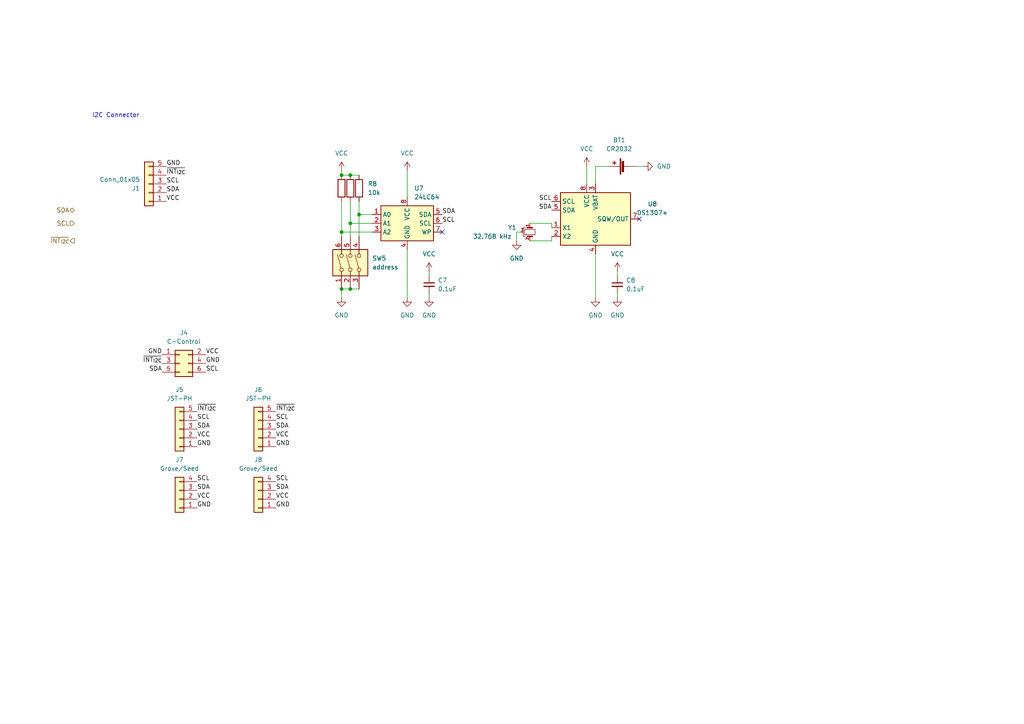
<source format=kicad_sch>
(kicad_sch (version 20211123) (generator eeschema)
  (paper "A4")
  (lib_symbols
    (symbol "Connector_Generic:Conn_01x04" (pin_names (offset 1.016) hide)
      (property "Reference" "J" (at 0 5.08 0))
      (property "Value" "Conn_01x04" (at 0 -7.62 0))
      (symbol "Conn_01x04_1_1"
        (rectangle (start -1.27 -4.953) (end 0 -5.207) (stroke (width 0.1524)))
        (rectangle (start -1.27 -2.413) (end 0 -2.667) (stroke (width 0.1524)))
        (rectangle (start -1.27 0.127) (end 0 -0.127) (stroke (width 0.1524)))
        (rectangle (start -1.27 2.667) (end 0 2.413) (stroke (width 0.1524)))
        (rectangle (start -1.27 3.81) (end 1.27 -6.35) (stroke (width 0.254)) (fill (type background)))
        (pin passive line (at -5.08 2.54 0) (length 3.81) (name "Pin_1") (number "1"))
        (pin passive line (at -5.08 0 0) (length 3.81) (name "Pin_2") (number "2"))
        (pin passive line (at -5.08 -2.54 0) (length 3.81) (name "Pin_3") (number "3"))
        (pin passive line (at -5.08 -5.08 0) (length 3.81) (name "Pin_4") (number "4"))
      )
    )
    (symbol "Connector_Generic:Conn_01x05" (pin_names (offset 1.016) hide)
      (property "Reference" "J" (at 0 7.62 0))
      (property "Value" "Conn_01x05" (at 0 -7.62 0))
      (symbol "Conn_01x05_1_1"
        (rectangle (start -1.27 -4.953) (end 0 -5.207) (stroke (width 0.1524)))
        (rectangle (start -1.27 -2.413) (end 0 -2.667) (stroke (width 0.1524)))
        (rectangle (start -1.27 0.127) (end 0 -0.127) (stroke (width 0.1524)))
        (rectangle (start -1.27 2.667) (end 0 2.413) (stroke (width 0.1524)))
        (rectangle (start -1.27 5.207) (end 0 4.953) (stroke (width 0.1524)))
        (rectangle (start -1.27 6.35) (end 1.27 -6.35) (stroke (width 0.254)) (fill (type background)))
        (pin passive line (at -5.08 5.08 0) (length 3.81) (name "Pin_1") (number "1"))
        (pin passive line (at -5.08 2.54 0) (length 3.81) (name "Pin_2") (number "2"))
        (pin passive line (at -5.08 0 0) (length 3.81) (name "Pin_3") (number "3"))
        (pin passive line (at -5.08 -2.54 0) (length 3.81) (name "Pin_4") (number "4"))
        (pin passive line (at -5.08 -5.08 0) (length 3.81) (name "Pin_5") (number "5"))
      )
    )
    (symbol "Connector_Generic:Conn_02x03_Odd_Even" (pin_names (offset 1.016) hide)
      (property "Reference" "J" (at 1.27 5.08 0))
      (property "Value" "Conn_02x03_Odd_Even" (at 1.27 -5.08 0))
      (symbol "Conn_02x03_Odd_Even_1_1"
        (rectangle (start -1.27 -2.413) (end 0 -2.667) (stroke (width 0.1524)))
        (rectangle (start -1.27 0.127) (end 0 -0.127) (stroke (width 0.1524)))
        (rectangle (start -1.27 2.667) (end 0 2.413) (stroke (width 0.1524)))
        (rectangle (start -1.27 3.81) (end 3.81 -3.81) (stroke (width 0.254)) (fill (type background)))
        (rectangle (start 3.81 -2.413) (end 2.54 -2.667) (stroke (width 0.1524)))
        (rectangle (start 3.81 0.127) (end 2.54 -0.127) (stroke (width 0.1524)))
        (rectangle (start 3.81 2.667) (end 2.54 2.413) (stroke (width 0.1524)))
        (pin passive line (at -5.08 2.54 0) (length 3.81) (name "Pin_1") (number "1"))
        (pin passive line (at 7.62 2.54 180) (length 3.81) (name "Pin_2") (number "2"))
        (pin passive line (at -5.08 0 0) (length 3.81) (name "Pin_3") (number "3"))
        (pin passive line (at 7.62 0 180) (length 3.81) (name "Pin_4") (number "4"))
        (pin passive line (at -5.08 -2.54 0) (length 3.81) (name "Pin_5") (number "5"))
        (pin passive line (at 7.62 -2.54 180) (length 3.81) (name "Pin_6") (number "6"))
      )
    )
    (symbol "Device:Battery_Cell" (pin_numbers hide) (pin_names (offset 0) hide)
      (property "Reference" "BT" (at 2.54 2.54 0))
      (property "Value" "Battery_Cell" (at 2.54 0 0))
      (symbol "Battery_Cell_0_1"
        (rectangle (start -2.286 1.778) (end 2.286 1.524) (fill (type outline)))
        (rectangle (start -1.5748 1.1938) (end 1.4732 0.6858) (fill (type outline)))
        (polyline (pts (xy 0 0.762) (xy 0 0)))
        (polyline (pts (xy 0 1.778) (xy 0 2.54)))
        (polyline (pts (xy 0.508 3.429) (xy 1.524 3.429)) (stroke (width 0.254)))
        (polyline (pts (xy 1.016 3.937) (xy 1.016 2.921)) (stroke (width 0.254)))
      )
      (symbol "Battery_Cell_1_1"
        (pin passive line (at 0 5.08 270) (length 2.54) (name "+") (number "1"))
        (pin passive line (at 0 -2.54 90) (length 2.54) (name "-") (number "2"))
      )
    )
    (symbol "Device:C_Small" (pin_numbers hide) (pin_names (offset 0.254) hide)
      (property "Reference" "C" (at 0.254 1.778 0))
      (property "Value" "C_Small" (at 0.254 -2.032 0))
      (symbol "C_Small_0_1"
        (polyline (pts (xy -1.524 -0.508) (xy 1.524 -0.508)) (stroke (width 0.3302)))
        (polyline (pts (xy -1.524 0.508) (xy 1.524 0.508)) (stroke (width 0.3048)))
      )
      (symbol "C_Small_1_1"
        (pin passive line (at 0 2.54 270) (length 2.032) (name "~") (number "1"))
        (pin passive line (at 0 -2.54 90) (length 2.032) (name "~") (number "2"))
      )
    )
    (symbol "Device:Crystal_GND3_Small" (pin_names (offset 1.016) hide)
      (property "Reference" "Y" (at 0 5.08 0))
      (property "Value" "Crystal_GND3_Small" (at 0 3.175 0))
      (symbol "Crystal_GND3_Small_0_1"
        (rectangle (start -0.762 -1.524) (end 0.762 1.524))
        (polyline (pts (xy -1.27 -0.762) (xy -1.27 0.762)) (stroke (width 0.381)))
        (polyline (pts (xy 1.27 -0.762) (xy 1.27 0.762)) (stroke (width 0.381)))
        (polyline (pts (xy -1.27 -1.27) (xy -1.27 -1.905) (xy 1.27 -1.905) (xy 1.27 -1.27)))
      )
      (symbol "Crystal_GND3_Small_1_1"
        (pin passive line (at -2.54 0 0) (length 1.27) (name "1") (number "1"))
        (pin passive line (at 2.54 0 180) (length 1.27) (name "2") (number "2"))
        (pin passive line (at 0 -2.54 90) (length 0.635) (name "3") (number "3"))
      )
    )
    (symbol "Device:R" (pin_numbers hide) (pin_names (offset 0))
      (property "Reference" "R" (at 2.032 0 90))
      (property "Value" "R" (at 0 0 90))
      (symbol "R_0_1"
        (rectangle (start -1.016 -2.54) (end 1.016 2.54) (stroke (width 0.254)))
      )
      (symbol "R_1_1"
        (pin passive line (at 0 3.81 270) (length 1.27) (name "~") (number "1"))
        (pin passive line (at 0 -3.81 90) (length 1.27) (name "~") (number "2"))
      )
    )
    (symbol "Memory_EEPROM:24LC64"
      (property "Reference" "U" (at -6.35 6.35 0))
      (property "Value" "24LC64" (at 1.27 6.35 0))
      (symbol "24LC64_1_1"
        (rectangle (start -7.62 5.08) (end 7.62 -5.08) (stroke (width 0.254)) (fill (type background)))
        (pin input line (at -10.16 2.54 0) (length 2.54) (name "A0") (number "1"))
        (pin input line (at -10.16 0 0) (length 2.54) (name "A1") (number "2"))
        (pin input line (at -10.16 -2.54 0) (length 2.54) (name "A2") (number "3"))
        (pin power_in line (at 0 -7.62 90) (length 2.54) (name "GND") (number "4"))
        (pin bidirectional line (at 10.16 2.54 180) (length 2.54) (name "SDA") (number "5"))
        (pin input line (at 10.16 0 180) (length 2.54) (name "SCL") (number "6"))
        (pin input line (at 10.16 -2.54 180) (length 2.54) (name "WP") (number "7"))
        (pin power_in line (at 0 7.62 270) (length 2.54) (name "VCC") (number "8"))
      )
    )
    (symbol "Switch:SW_DIP_x03" (pin_names (offset 0) hide)
      (property "Reference" "SW" (at 0 8.89 0))
      (property "Value" "SW_DIP_x03" (at 0 -3.81 0))
      (symbol "SW_DIP_x03_0_0"
        (circle (center -2.032 0) (radius 0.508))
        (circle (center -2.032 2.54) (radius 0.508))
        (circle (center -2.032 5.08) (radius 0.508))
        (polyline (pts (xy -1.524 0.127) (xy 2.3622 1.1684)))
        (polyline (pts (xy -1.524 2.667) (xy 2.3622 3.7084)))
        (polyline (pts (xy -1.524 5.207) (xy 2.3622 6.2484)))
        (circle (center 2.032 0) (radius 0.508))
        (circle (center 2.032 2.54) (radius 0.508))
        (circle (center 2.032 5.08) (radius 0.508))
      )
      (symbol "SW_DIP_x03_0_1"
        (rectangle (start -3.81 7.62) (end 3.81 -2.54) (stroke (width 0.254)) (fill (type background)))
      )
      (symbol "SW_DIP_x03_1_1"
        (pin passive line (at -7.62 5.08 0) (length 5.08) (name "~") (number "1"))
        (pin passive line (at -7.62 2.54 0) (length 5.08) (name "~") (number "2"))
        (pin passive line (at -7.62 0 0) (length 5.08) (name "~") (number "3"))
        (pin passive line (at 7.62 0 180) (length 5.08) (name "~") (number "4"))
        (pin passive line (at 7.62 2.54 180) (length 5.08) (name "~") (number "5"))
        (pin passive line (at 7.62 5.08 180) (length 5.08) (name "~") (number "6"))
      )
    )
    (symbol "Timer_RTC:DS1307+"
      (property "Reference" "U" (at -8.89 8.89 0))
      (property "Value" "DS1307+" (at 1.27 8.89 0))
      (symbol "DS1307+_0_1"
        (rectangle (start -10.16 7.62) (end 10.16 -7.62) (stroke (width 0.254)) (fill (type background)))
      )
      (symbol "DS1307+_1_1"
        (pin input line (at -12.7 -2.54 0) (length 2.54) (name "X1") (number "1"))
        (pin input line (at -12.7 -5.08 0) (length 2.54) (name "X2") (number "2"))
        (pin power_in line (at 0 10.16 270) (length 2.54) (name "VBAT") (number "3"))
        (pin power_in line (at 0 -10.16 90) (length 2.54) (name "GND") (number "4"))
        (pin bidirectional line (at -12.7 2.54 0) (length 2.54) (name "SDA") (number "5"))
        (pin input line (at -12.7 5.08 0) (length 2.54) (name "SCL") (number "6"))
        (pin open_collector line (at 12.7 0 180) (length 2.54) (name "SQW/OUT") (number "7"))
        (pin power_in line (at -2.54 10.16 270) (length 2.54) (name "VCC") (number "8"))
      )
    )
    (symbol "power:GND" (power) (pin_names (offset 0))
      (property "Value" "GND" (at 0 -3.81 0))
      (symbol "GND_0_1"
        (polyline (pts (xy 0 0) (xy 0 -1.27) (xy 1.27 -1.27) (xy 0 -2.54) (xy -1.27 -1.27) (xy 0 -1.27)))
      )
      (symbol "GND_1_1"
        (pin power_in line (at 0 0 270) (length 0) hide (name "GND") (number "1"))
      )
    )
    (symbol "power:VCC" (power) (pin_names (offset 0))
      (property "Value" "VCC" (at 0 3.81 0))
      (symbol "VCC_0_1"
        (polyline (pts (xy -0.762 1.27) (xy 0 2.54)))
        (polyline (pts (xy 0 0) (xy 0 2.54)))
        (polyline (pts (xy 0 2.54) (xy 0.762 1.27)))
      )
      (symbol "VCC_1_1"
        (pin power_in line (at 0 0 90) (length 0) hide (name "VCC") (number "1"))
      )
    )
  )
  (junction (at 104.14 62.23))
  (junction (at 99.06 50.8))
  (junction (at 101.6 83.82))
  (junction (at 101.6 50.8))
  (junction (at 99.06 67.31))
  (junction (at 99.06 83.82))
  (junction (at 101.6 64.77))
  (no_connect (at 128.27 67.31))
  (no_connect (at 185.42 63.5))
  (wire (pts (xy 184.15 48.26) (xy 186.69 48.26)))
  (wire (pts (xy 101.6 58.42) (xy 101.6 64.77)))
  (wire (pts (xy 160.02 66.04) (xy 160.02 64.77)))
  (wire (pts (xy 99.06 58.42) (xy 99.06 67.31)))
  (wire (pts (xy 104.14 62.23) (xy 104.14 68.58)))
  (wire (pts (xy 149.86 69.85) (xy 149.86 67.31)))
  (wire (pts (xy 118.11 72.39) (xy 118.11 86.36)))
  (wire (pts (xy 172.72 48.26) (xy 176.53 48.26)))
  (wire (pts (xy 149.86 67.31) (xy 151.13 67.31)))
  (wire (pts (xy 99.06 83.82) (xy 101.6 83.82)))
  (wire (pts (xy 104.14 58.42) (xy 104.14 62.23)))
  (wire (pts (xy 101.6 50.8) (xy 104.14 50.8)))
  (wire (pts (xy 160.02 64.77) (xy 153.67 64.77)))
  (wire (pts (xy 101.6 64.77) (xy 101.6 68.58)))
  (wire (pts (xy 170.18 48.26) (xy 170.18 53.34)))
  (wire (pts (xy 99.06 67.31) (xy 107.95 67.31)))
  (wire (pts (xy 118.11 49.53) (xy 118.11 57.15)))
  (wire (pts (xy 179.07 78.74) (xy 179.07 80.01)))
  (wire (pts (xy 160.02 69.85) (xy 153.67 69.85)))
  (wire (pts (xy 104.14 62.23) (xy 107.95 62.23)))
  (wire (pts (xy 124.46 78.74) (xy 124.46 80.01)))
  (wire (pts (xy 124.46 85.09) (xy 124.46 86.36)))
  (wire (pts (xy 160.02 68.58) (xy 160.02 69.85)))
  (wire (pts (xy 179.07 85.09) (xy 179.07 86.36)))
  (wire (pts (xy 172.72 73.66) (xy 172.72 86.36)))
  (wire (pts (xy 99.06 50.8) (xy 101.6 50.8)))
  (wire (pts (xy 99.06 83.82) (xy 99.06 86.36)))
  (wire (pts (xy 101.6 64.77) (xy 107.95 64.77)))
  (wire (pts (xy 172.72 53.34) (xy 172.72 48.26)))
  (wire (pts (xy 99.06 67.31) (xy 99.06 68.58)))
  (wire (pts (xy 99.06 49.53) (xy 99.06 50.8)))
  (wire (pts (xy 101.6 83.82) (xy 104.14 83.82)))
  (text "I2C Connector" (at 26.67 34.29 0) (effects (font (size 1.27 1.27)) (justify left bottom)))
  (label "GND" (at 48.26 48.26 0))
  (label "GND" (at 57.15 147.32 0))
  (label "VCC" (at 57.15 144.78 0))
  (label "SCL" (at 59.69 107.95 0))
  (label "VCC" (at 80.01 144.78 0))
  (label "VCC" (at 48.26 58.42 0))
  (label "SDA" (at 57.15 124.46 0))
  (label "SCL" (at 80.01 121.92 0))
  (label "SCL" (at 128.27 64.77 0))
  (label "SCL" (at 57.15 121.92 0))
  (label "SDA" (at 160.02 60.96 180))
  (label "SDA" (at 48.26 55.88 0))
  (label "~{INT_{I2C}}" (at 48.26 50.8 0))
  (label "SDA" (at 46.99 107.95 180))
  (label "~{INT_{I2C}}" (at 80.01 119.38 0))
  (label "VCC" (at 57.15 127 0))
  (label "~{INT_{I2C}}" (at 46.99 105.41 180))
  (label "SCL" (at 57.15 139.7 0))
  (label "SCL" (at 48.26 53.34 0))
  (label "SDA" (at 57.15 142.24 0))
  (label "SDA" (at 128.27 62.23 0))
  (label "SDA" (at 80.01 142.24 0))
  (label "SCL" (at 160.02 58.42 180))
  (label "GND" (at 80.01 129.54 0))
  (label "GND" (at 46.99 102.87 180))
  (label "GND" (at 57.15 129.54 0))
  (label "VCC" (at 59.69 102.87 0))
  (label "GND" (at 80.01 147.32 0))
  (label "SDA" (at 80.01 124.46 0))
  (label "GND" (at 59.69 105.41 0))
  (label "VCC" (at 80.01 127 0))
  (label "~{INT_{I2C}}" (at 57.15 119.38 0))
  (label "SCL" (at 80.01 139.7 0))
  (hierarchical_label "SCL" (shape input) (at 21.59 64.77 180))
  (hierarchical_label "SDA" (shape bidirectional) (at 21.59 60.96 180))
  (hierarchical_label "~{INT_{I2C}}" (shape output) (at 21.59 69.85 180))
  (symbol (lib_id "Device:Battery_Cell") (at 181.61 48.26 90) (unit 1)
    (property "Reference" "BT1" (at 179.578 40.64 90))
    (property "Value" "CR2032" (at 179.578 43.18 90))
    (property "Footprint" "Battery:BatteryHolder_Keystone_103_1x20mm" (effects hide))
    (property "Datasheet" "https://cdn-reichelt.de/documents/datenblatt/D500/KZH20-1.pdf" (effects hide))
  )
  (symbol (lib_id "power:GND") (at 186.69 48.26 90) (unit 1)
    (property "Reference" "#PWR0109" (effects hide))
    (property "Value" "GND" (at 190.5 48.2599 90) (effects (justify right)))
  )
  (symbol (lib_id "Connector_Generic:Conn_01x05") (at 43.18 53.34 180) (unit 1)
    (property "Reference" "J1" (at 40.64 54.6101 0) (effects (justify left)))
    (property "Value" "Conn_01x05" (at 40.64 52.0701 0) (effects (justify left)))
    (property "Footprint" "Connector_PinHeader_2.54mm:PinHeader_1x05_P2.54mm_Vertical" (effects hide))
  )
  (symbol (lib_id "Connector_Generic:Conn_01x05") (at 52.07 124.46 180) (unit 1)
    (property "Reference" "J5" (at 52.07 113.03 0))
    (property "Value" "JST-PH" (at 52.07 115.57 0))
    (property "Footprint" "Connector_JST:JST_PH_S5B-PH-K_1x05_P2.00mm_Horizontal" (effects hide))
  )
  (symbol (lib_id "power:VCC") (at 179.07 78.74 0) (unit 1)
    (property "Reference" "#PWR0111" (effects hide))
    (property "Value" "VCC" (at 179.07 73.66 0))
  )
  (symbol (lib_id "power:GND") (at 118.11 86.36 0) (unit 1)
    (property "Reference" "#PWR0103" (effects hide))
    (property "Value" "GND" (at 118.11 91.44 0))
  )
  (symbol (lib_id "power:GND") (at 179.07 86.36 0) (unit 1)
    (property "Reference" "#PWR0107" (effects hide))
    (property "Value" "GND" (at 179.07 91.44 0))
  )
  (symbol (lib_id "Connector_Generic:Conn_02x03_Odd_Even") (at 52.07 105.41 0) (unit 1)
    (property "Reference" "J4" (at 53.34 96.52 0))
    (property "Value" "C-Control" (at 53.34 99.06 0))
    (property "Footprint" "Connector_IDC:IDC-Header_2x03_P2.54mm_Horizontal" (effects hide))
  )
  (symbol (lib_id "power:GND") (at 172.72 86.36 0) (unit 1)
    (property "Reference" "#PWR0110" (effects hide))
    (property "Value" "GND" (at 172.72 91.44 0))
  )
  (symbol (lib_id "power:VCC") (at 99.06 49.53 0) (unit 1)
    (property "Reference" "#PWR0105" (effects hide))
    (property "Value" "VCC" (at 99.06 44.45 0))
  )
  (symbol (lib_id "Connector_Generic:Conn_01x04") (at 52.07 144.78 180) (unit 1)
    (property "Reference" "J7" (at 52.07 133.35 0))
    (property "Value" "Grove/Seed" (at 52.07 135.89 0))
    (property "Footprint" "Connector_JST:JST_PH_S4B-PH-K_1x04_P2.00mm_Horizontal" (effects hide))
  )
  (symbol (lib_id "power:GND") (at 124.46 86.36 0) (unit 1)
    (property "Reference" "#PWR0113" (effects hide))
    (property "Value" "GND" (at 124.46 91.44 0))
  )
  (symbol (lib_id "power:VCC") (at 124.46 78.74 0) (unit 1)
    (property "Reference" "#PWR0112" (effects hide))
    (property "Value" "VCC" (at 124.46 73.66 0))
  )
  (symbol (lib_id "Switch:SW_DIP_x03") (at 104.14 76.2 90) (unit 1)
    (property "Reference" "SW5" (at 107.95 74.9299 90) (effects (justify right)))
    (property "Value" "address" (at 107.95 77.4699 90) (effects (justify right)))
    (property "Footprint" "Button_Switch_THT:SW_DIP_SPSTx03_Slide_9.78x9.8mm_W7.62mm_P2.54mm" (effects hide))
  )
  (symbol (lib_id "Device:R") (at 99.06 54.61 0) (unit 1)
    (property "Reference" "R6" (effects hide))
    (property "Value" "10k" (effects hide))
    (property "Footprint" "Resistor_THT:R_Axial_DIN0207_L6.3mm_D2.5mm_P7.62mm_Horizontal" (effects hide))
  )
  (symbol (lib_id "Timer_RTC:DS1307+") (at 172.72 63.5 0) (unit 1)
    (property "Reference" "U8" (at 189.23 59.1693 0))
    (property "Value" "DS1307+" (at 189.23 61.7093 0))
    (property "Footprint" "Package_DIP:DIP-8_W7.62mm_Socket" (effects hide))
    (property "Datasheet" "https://datasheets.maximintegrated.com/en/ds/DS1307.pdf" (effects hide))
  )
  (symbol (lib_id "Device:C_Small") (at 124.46 82.55 0) (unit 1)
    (property "Reference" "C7" (at 127 81.2862 0) (effects (justify left)))
    (property "Value" "0.1uF" (at 127 83.8262 0) (effects (justify left)))
    (property "Footprint" "Capacitor_THT:C_Rect_L4.6mm_W2.0mm_P2.50mm_MKS02_FKP02" (effects hide))
  )
  (symbol (lib_id "power:VCC") (at 170.18 48.26 0) (unit 1)
    (property "Reference" "#PWR0108" (effects hide))
    (property "Value" "VCC" (at 170.18 43.18 0))
  )
  (symbol (lib_id "power:GND") (at 149.86 69.85 0) (unit 1)
    (property "Reference" "#PWR0106" (effects hide))
    (property "Value" "GND" (at 149.86 74.93 0))
  )
  (symbol (lib_id "power:VCC") (at 118.11 49.53 0) (unit 1)
    (property "Reference" "#PWR0102" (effects hide))
    (property "Value" "VCC" (at 118.11 44.45 0))
  )
  (symbol (lib_id "power:GND") (at 99.06 86.36 0) (unit 1)
    (property "Reference" "#PWR0104" (effects hide))
    (property "Value" "GND" (at 99.06 91.44 0))
  )
  (symbol (lib_id "Connector_Generic:Conn_01x05") (at 74.93 124.46 180) (unit 1)
    (property "Reference" "J6" (at 74.93 113.03 0))
    (property "Value" "JST-PH" (at 74.93 115.57 0))
    (property "Footprint" "Connector_JST:JST_PH_S5B-PH-K_1x05_P2.00mm_Horizontal" (effects hide))
  )
  (symbol (lib_id "Device:R") (at 101.6 54.61 0) (unit 1)
    (property "Reference" "R7" (effects hide))
    (property "Value" "10k" (effects hide))
    (property "Footprint" "Resistor_THT:R_Axial_DIN0207_L6.3mm_D2.5mm_P7.62mm_Horizontal" (effects hide))
  )
  (symbol (lib_id "Memory_EEPROM:24LC64") (at 118.11 64.77 0) (unit 1)
    (property "Reference" "U7" (at 120.1294 54.61 0) (effects (justify left)))
    (property "Value" "24LC64" (at 120.1294 57.15 0) (effects (justify left)))
    (property "Footprint" "Package_DIP:DIP-8_W7.62mm_Socket" (effects hide))
    (property "Datasheet" "http://ww1.microchip.com/downloads/en/DeviceDoc/21189f.pdf" (effects hide))
  )
  (symbol (lib_id "Device:C_Small") (at 179.07 82.55 0) (unit 1)
    (property "Reference" "C8" (at 181.61 81.2862 0) (effects (justify left)))
    (property "Value" "0.1uF" (at 181.61 83.8262 0) (effects (justify left)))
    (property "Footprint" "Capacitor_THT:C_Rect_L4.6mm_W2.0mm_P2.50mm_MKS02_FKP02" (effects hide))
  )
  (symbol (lib_id "Device:R") (at 104.14 54.61 0) (unit 1)
    (property "Reference" "R8" (at 106.68 53.3399 0) (effects (justify left)))
    (property "Value" "10k" (at 106.68 55.8799 0) (effects (justify left)))
    (property "Footprint" "Resistor_THT:R_Axial_DIN0207_L6.3mm_D2.5mm_P7.62mm_Horizontal" (effects hide))
  )
  (symbol (lib_id "Connector_Generic:Conn_01x04") (at 74.93 144.78 180) (unit 1)
    (property "Reference" "J8" (at 74.93 133.35 0))
    (property "Value" "Grove/Seed" (at 74.93 135.89 0))
    (property "Footprint" "Connector_JST:JST_PH_S4B-PH-K_1x04_P2.00mm_Horizontal" (effects hide))
  )
  (symbol (lib_id "Device:Crystal_GND3_Small") (at 153.67 67.31 270) (unit 1)
    (property "Reference" "Y1" (at 147.32 66.04 90) (effects (justify left)))
    (property "Value" "32.768 kHz" (at 137.16 68.58 90) (effects (justify left)))
    (property "Footprint" "Crystal:Crystal_C38-LF_D3.0mm_L8.0mm_Horizontal_1EP_style2" (effects hide))
  )
)
</source>
